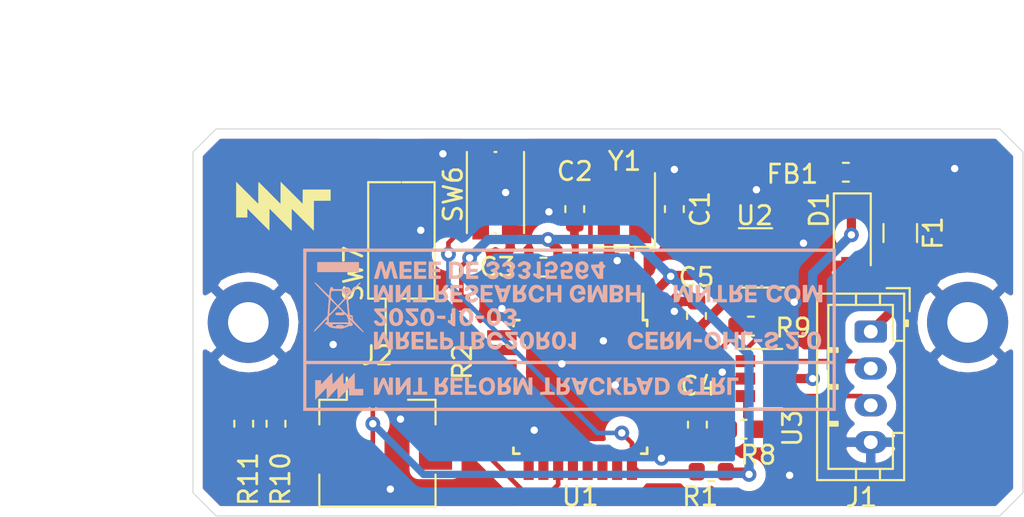
<source format=kicad_pcb>
(kicad_pcb (version 20171130) (host pcbnew 5.1.6+dfsg1-1)
  (layers (0 F.Cu signal) (31 B.Cu signal) (34 B.Paste user) (35 F.Paste user) (36 B.SilkS user) (37 F.SilkS user) (38 B.Mask user) (39 F.Mask user) (44 Edge.Cuts user))
  (net 0 "")
  (net 1 GND)
  (net 2 "Net-(C1-Pad1)")
  (net 3 "Net-(C2-Pad2)")
  (net 4 +3V3)
  (net 5 "Net-(C4-Pad1)")
  (net 6 +5V)
  (net 7 SDA)
  (net 8 SCL)
  (net 9 RST)
  (net 10 RDY)
  (net 11 "Net-(R1-Pad2)")
  (net 12 "Net-(R2-Pad1)")
  (net 13 "Net-(R8-Pad2)")
  (net 14 "Net-(R9-Pad1)")
  (net 15 "Net-(U1-Pad26)")
  (net 16 "Net-(U1-Pad25)")
  (net 17 "Net-(U1-Pad23)")
  (net 18 "Net-(U1-Pad22)")
  (net 19 "Net-(U1-Pad21)")
  (net 20 "Net-(U1-Pad20)")
  (net 21 "Net-(U1-Pad18)")
  (net 22 "Net-(U1-Pad17)")
  (net 23 "Net-(U1-Pad14)")
  (net 24 "Net-(U1-Pad12)")
  (net 25 "Net-(U1-Pad11)")
  (net 26 "Net-(U1-Pad10)")
  (net 27 "Net-(U1-Pad9)")
  (net 28 "Net-(U1-Pad8)")
  (net 29 "Net-(U1-Pad7)")
  (net 30 "Net-(U1-Pad6)")
  (net 31 "Net-(U1-Pad5)")
  (net 32 "Net-(U2-Pad4)")
  (net 33 /5V_IN)
  (net 34 "Net-(F1-Pad1)")
  (net 35 /PD+)
  (net 36 /PD-)
  (net 37 /UD+)
  (net 38 /UD-)
  (module Crystal:Crystal_SMD_3225-4Pin_3.2x2.5mm (layer F.Cu) (at 196.9 99.4 90)
    (fp_text reference Y1 (at 2.65 0 180) (layer F.SilkS))
    (fp_text value Crystal_GND24)
    (pad 4 smd rect (at -1.1 -0.85 90) (size 1.4 1.2) (layers F.Cu F.Paste F.Mask) (net 1 GND))
    (pad 3 smd rect (at 1.1 -0.85 90) (size 1.4 1.2) (layers F.Cu F.Paste F.Mask) (net 3 "Net-(C2-Pad2)"))
    (pad 2 smd rect (at 1.1 0.85 90) (size 1.4 1.2) (layers F.Cu F.Paste F.Mask) (net 1 GND))
    (pad 1 smd rect (at -1.1 0.85 90) (size 1.4 1.2) (layers F.Cu F.Paste F.Mask) (net 2 "Net-(C1-Pad1)"))
  )
  (module footprints:mnt-minilogo (layer F.Cu) (at 178.4 99.2)
    (fp_text reference MK13 hide)
    (fp_text value LOGO hide)
  )
  (module footprints:reform2-trackpadctrl-badge (layer B.Cu) (at 193.9 105.9)
    (fp_text reference MK1 hide)
    (fp_text value BADGE hide)
  )
  (module Resistor_SMD:R_0603_1608Metric (layer F.Cu) (at 188.05 105.2125 90)
    (fp_text reference R2 (at -2.4375 0.05 90) (layer F.SilkS))
    (fp_text value 10k)
    (pad 2 smd roundrect (at 0.7875 0 90) (size 0.875 0.95) (layers F.Cu F.Paste F.Mask) (net 4 +3V3))
    (pad 1 smd roundrect (at -0.7875 0 90) (size 0.875 0.95) (layers F.Cu F.Paste F.Mask) (net 12 "Net-(R2-Pad1)"))
  )
  (module Package_TO_SOT_SMD:SOT-23-6 (layer F.Cu) (at 204.55 108.55)
    (fp_text reference U3 (at 1.45 2.7 90) (layer F.SilkS))
    (fp_text value USBLC6-2SC6)
    (pad 5 smd rect (at 1.1 0) (size 1.06 0.65) (layers F.Cu F.Paste F.Mask) (net 6 +5V))
    (pad 6 smd rect (at 1.1 -0.95) (size 1.06 0.65) (layers F.Cu F.Paste F.Mask) (net 36 /PD-))
    (pad 4 smd rect (at 1.1 0.95) (size 1.06 0.65) (layers F.Cu F.Paste F.Mask) (net 35 /PD+))
    (pad 3 smd rect (at -1.1 0.95) (size 1.06 0.65) (layers F.Cu F.Paste F.Mask) (net 37 /UD+))
    (pad 2 smd rect (at -1.1 0) (size 1.06 0.65) (layers F.Cu F.Paste F.Mask) (net 1 GND))
    (pad 1 smd rect (at -1.1 -0.95) (size 1.06 0.65) (layers F.Cu F.Paste F.Mask) (net 38 /UD-))
  )
  (module Inductor_SMD:L_0603_1608Metric (layer F.Cu) (at 208.9 97.35)
    (fp_text reference FB1 (at -2.9 0.1) (layer F.SilkS))
    (fp_text value BLM18PG221SH1D)
    (pad 2 smd roundrect (at 0.7875 0) (size 0.875 0.95) (layers F.Cu F.Paste F.Mask) (net 34 "Net-(F1-Pad1)"))
    (pad 1 smd roundrect (at -0.7875 0) (size 0.875 0.95) (layers F.Cu F.Paste F.Mask) (net 6 +5V))
  )
  (module Fuse:Fuse_1206_3216Metric_Castellated (layer F.Cu) (at 211.85 100.65 270)
    (fp_text reference F1 (at 0 -1.78 90) (layer F.SilkS))
    (fp_text value 0ZCJ0075AF2E)
    (pad 2 smd roundrect (at 1.425 0 270) (size 1.6 1.65) (layers F.Cu F.Paste F.Mask) (roundrect_rratio 0.15625) (net 33 /5V_IN))
    (pad 1 smd roundrect (at -1.425 0 270) (size 1.6 1.65) (layers F.Cu F.Paste F.Mask) (roundrect_rratio 0.15625) (net 34 "Net-(F1-Pad1)"))
  )
  (module Diode_SMD:D_SOD-123 (layer F.Cu) (at 209.25 100.75 270)
    (fp_text reference D1 (at -1.35 1.8 90) (layer F.SilkS))
    (fp_text value BZT52-B5V6J)
    (pad 2 smd rect (at 1.65 0 270) (size 0.9 1.2) (layers F.Cu F.Paste F.Mask) (net 1 GND))
    (pad 1 smd rect (at -1.65 0 270) (size 0.9 1.2) (layers F.Cu F.Paste F.Mask) (net 6 +5V))
  )
  (module Connector_FFC-FPC:Hirose_FH12-6S-0.5SH_1x06-1MP_P0.50mm_Horizontal (layer F.Cu) (at 183.5 111)
    (fp_text reference J2 (at 0 -3.7) (layer F.SilkS))
    (fp_text value Conn_01x06_Female)
    (pad 6 smd rect (at 1.25 -1.85) (size 0.3 1.3) (layers F.Cu F.Paste F.Mask) (net 10 RDY))
    (pad 5 smd rect (at 0.75 -1.85) (size 0.3 1.3) (layers F.Cu F.Paste F.Mask) (net 9 RST))
    (pad 4 smd rect (at 0.25 -1.85) (size 0.3 1.3) (layers F.Cu F.Paste F.Mask) (net 1 GND))
    (pad 3 smd rect (at -0.25 -1.85) (size 0.3 1.3) (layers F.Cu F.Paste F.Mask) (net 4 +3V3))
    (pad 2 smd rect (at -0.75 -1.85) (size 0.3 1.3) (layers F.Cu F.Paste F.Mask) (net 8 SCL))
    (pad 1 smd rect (at -1.25 -1.85) (size 0.3 1.3) (layers F.Cu F.Paste F.Mask) (net 7 SDA))
    (pad MP smd rect (at -3.15 1.4) (size 1.8 2.2) (layers F.Cu F.Paste F.Mask))
    (pad MP smd rect (at 3.15 1.4) (size 1.8 2.2) (layers F.Cu F.Paste F.Mask))
  )
  (module Package_TO_SOT_SMD:SOT-23-5 (layer F.Cu) (at 204 102 180)
    (fp_text reference U2 (at 0.05 2.3 180) (layer F.SilkS))
    (fp_text value TLV75533PDBV)
    (pad 5 smd rect (at 1.1 -0.95 180) (size 1.06 0.65) (layers F.Cu F.Paste F.Mask) (net 4 +3V3))
    (pad 4 smd rect (at 1.1 0.95 180) (size 1.06 0.65) (layers F.Cu F.Paste F.Mask) (net 32 "Net-(U2-Pad4)"))
    (pad 3 smd rect (at -1.1 0.95 180) (size 1.06 0.65) (layers F.Cu F.Paste F.Mask) (net 6 +5V))
    (pad 2 smd rect (at -1.1 0 180) (size 1.06 0.65) (layers F.Cu F.Paste F.Mask) (net 1 GND))
    (pad 1 smd rect (at -1.1 -0.95 180) (size 1.06 0.65) (layers F.Cu F.Paste F.Mask) (net 6 +5V))
  )
  (module Package_QFP:TQFP-32_7x7mm_P0.8mm (layer F.Cu) (at 194.5 109 270)
    (fp_text reference U1 (at 5.95 0 180) (layer F.SilkS))
    (fp_text value ATmega32U2-AU)
    (pad 32 smd rect (at -2.8 -4.25) (size 1.6 0.55) (layers F.Cu F.Paste F.Mask) (net 4 +3V3))
    (pad 31 smd rect (at -2 -4.25) (size 1.6 0.55) (layers F.Cu F.Paste F.Mask) (net 6 +5V))
    (pad 30 smd rect (at -1.2 -4.25) (size 1.6 0.55) (layers F.Cu F.Paste F.Mask) (net 14 "Net-(R9-Pad1)"))
    (pad 29 smd rect (at -0.4 -4.25) (size 1.6 0.55) (layers F.Cu F.Paste F.Mask) (net 13 "Net-(R8-Pad2)"))
    (pad 28 smd rect (at 0.4 -4.25) (size 1.6 0.55) (layers F.Cu F.Paste F.Mask) (net 1 GND))
    (pad 27 smd rect (at 1.2 -4.25) (size 1.6 0.55) (layers F.Cu F.Paste F.Mask) (net 5 "Net-(C4-Pad1)"))
    (pad 26 smd rect (at 2 -4.25) (size 1.6 0.55) (layers F.Cu F.Paste F.Mask) (net 15 "Net-(U1-Pad26)"))
    (pad 25 smd rect (at 2.8 -4.25) (size 1.6 0.55) (layers F.Cu F.Paste F.Mask) (net 16 "Net-(U1-Pad25)"))
    (pad 24 smd rect (at 4.25 -2.8 270) (size 1.6 0.55) (layers F.Cu F.Paste F.Mask) (net 11 "Net-(R1-Pad2)"))
    (pad 23 smd rect (at 4.25 -2 270) (size 1.6 0.55) (layers F.Cu F.Paste F.Mask) (net 17 "Net-(U1-Pad23)"))
    (pad 22 smd rect (at 4.25 -1.2 270) (size 1.6 0.55) (layers F.Cu F.Paste F.Mask) (net 18 "Net-(U1-Pad22)"))
    (pad 21 smd rect (at 4.25 -0.4 270) (size 1.6 0.55) (layers F.Cu F.Paste F.Mask) (net 19 "Net-(U1-Pad21)"))
    (pad 20 smd rect (at 4.25 0.4 270) (size 1.6 0.55) (layers F.Cu F.Paste F.Mask) (net 20 "Net-(U1-Pad20)"))
    (pad 19 smd rect (at 4.25 1.2 270) (size 1.6 0.55) (layers F.Cu F.Paste F.Mask) (net 10 RDY))
    (pad 18 smd rect (at 4.25 2 270) (size 1.6 0.55) (layers F.Cu F.Paste F.Mask) (net 21 "Net-(U1-Pad18)"))
    (pad 17 smd rect (at 4.25 2.8 270) (size 1.6 0.55) (layers F.Cu F.Paste F.Mask) (net 22 "Net-(U1-Pad17)"))
    (pad 16 smd rect (at 2.8 4.25) (size 1.6 0.55) (layers F.Cu F.Paste F.Mask) (net 8 SCL))
    (pad 15 smd rect (at 2 4.25) (size 1.6 0.55) (layers F.Cu F.Paste F.Mask) (net 7 SDA))
    (pad 14 smd rect (at 1.2 4.25) (size 1.6 0.55) (layers F.Cu F.Paste F.Mask) (net 23 "Net-(U1-Pad14)"))
    (pad 13 smd rect (at 0.4 4.25) (size 1.6 0.55) (layers F.Cu F.Paste F.Mask) (net 12 "Net-(R2-Pad1)"))
    (pad 12 smd rect (at -0.4 4.25) (size 1.6 0.55) (layers F.Cu F.Paste F.Mask) (net 24 "Net-(U1-Pad12)"))
    (pad 11 smd rect (at -1.2 4.25) (size 1.6 0.55) (layers F.Cu F.Paste F.Mask) (net 25 "Net-(U1-Pad11)"))
    (pad 10 smd rect (at -2 4.25) (size 1.6 0.55) (layers F.Cu F.Paste F.Mask) (net 26 "Net-(U1-Pad10)"))
    (pad 9 smd rect (at -2.8 4.25) (size 1.6 0.55) (layers F.Cu F.Paste F.Mask) (net 27 "Net-(U1-Pad9)"))
    (pad 8 smd rect (at -4.25 2.8 270) (size 1.6 0.55) (layers F.Cu F.Paste F.Mask) (net 28 "Net-(U1-Pad8)"))
    (pad 7 smd rect (at -4.25 2 270) (size 1.6 0.55) (layers F.Cu F.Paste F.Mask) (net 29 "Net-(U1-Pad7)"))
    (pad 6 smd rect (at -4.25 1.2 270) (size 1.6 0.55) (layers F.Cu F.Paste F.Mask) (net 30 "Net-(U1-Pad6)"))
    (pad 5 smd rect (at -4.25 0.4 270) (size 1.6 0.55) (layers F.Cu F.Paste F.Mask) (net 31 "Net-(U1-Pad5)"))
    (pad 4 smd rect (at -4.25 -0.4 270) (size 1.6 0.55) (layers F.Cu F.Paste F.Mask) (net 4 +3V3))
    (pad 3 smd rect (at -4.25 -1.2 270) (size 1.6 0.55) (layers F.Cu F.Paste F.Mask) (net 1 GND))
    (pad 2 smd rect (at -4.25 -2 270) (size 1.6 0.55) (layers F.Cu F.Paste F.Mask) (net 3 "Net-(C2-Pad2)"))
    (pad 1 smd rect (at -4.25 -2.8 270) (size 1.6 0.55) (layers F.Cu F.Paste F.Mask) (net 2 "Net-(C1-Pad1)"))
  )
  (module Button_Switch_SMD:SW_DIP_SPSTx01_Slide_Omron_A6S-110x_W8.9mm_P2.54mm (layer F.Cu) (at 184.8 101.05 90)
    (fp_text reference SW7 (at -1.8 -2.6 90) (layer F.SilkS))
    (fp_text value SW_HWB)
    (pad 2 smd rect (at 4.45 0 90) (size 1.5 1.1) (layers F.Cu F.Paste F.Mask) (net 1 GND))
    (pad 1 smd rect (at -4.45 0 90) (size 1.5 1.1) (layers F.Cu F.Paste F.Mask) (net 12 "Net-(R2-Pad1)"))
  )
  (module Button_Switch_SMD:SW_Push_1P1T_NO_CK_KMR2 (layer F.Cu) (at 189.9 98.45 270)
    (fp_text reference SW6 (at 0.1 2.3 270) (layer F.SilkS))
    (fp_text value SW_RST)
    (pad 2 smd rect (at 2.05 0.8) (size 0.9 1) (layers F.Cu F.Paste F.Mask) (net 11 "Net-(R1-Pad2)"))
    (pad 1 smd rect (at 2.05 -0.8) (size 0.9 1) (layers F.Cu F.Paste F.Mask) (net 1 GND))
    (pad 2 smd rect (at -2.05 0.8) (size 0.9 1) (layers F.Cu F.Paste F.Mask) (net 11 "Net-(R1-Pad2)"))
    (pad 1 smd rect (at -2.05 -0.8) (size 0.9 1) (layers F.Cu F.Paste F.Mask) (net 1 GND))
  )
  (module Resistor_SMD:R_0603_1608Metric (layer F.Cu) (at 176.25 111 270)
    (fp_text reference R11 (at 3 -0.25 90) (layer F.SilkS))
    (fp_text value 4.7k)
    (pad 2 smd roundrect (at 0.7875 0 270) (size 0.875 0.95) (layers F.Cu F.Paste F.Mask) (net 4 +3V3))
    (pad 1 smd roundrect (at -0.7875 0 270) (size 0.875 0.95) (layers F.Cu F.Paste F.Mask) (net 7 SDA))
  )
  (module Resistor_SMD:R_0603_1608Metric (layer F.Cu) (at 178 111 270)
    (fp_text reference R10 (at 3 -0.25 90) (layer F.SilkS))
    (fp_text value 4.7k)
    (pad 2 smd roundrect (at 0.7875 0 270) (size 0.875 0.95) (layers F.Cu F.Paste F.Mask) (net 4 +3V3))
    (pad 1 smd roundrect (at -0.7875 0 270) (size 0.875 0.95) (layers F.Cu F.Paste F.Mask) (net 8 SCL))
  )
  (module Resistor_SMD:R_0603_1608Metric (layer F.Cu) (at 203.75 105.7)
    (fp_text reference R9 (at 2.3 0.1) (layer F.SilkS))
    (fp_text value 22)
    (pad 2 smd roundrect (at 0.7875 0) (size 0.875 0.95) (layers F.Cu F.Paste F.Mask) (net 38 /UD-))
    (pad 1 smd roundrect (at -0.7875 0) (size 0.875 0.95) (layers F.Cu F.Paste F.Mask) (net 14 "Net-(R9-Pad1)"))
  )
  (module Resistor_SMD:R_0603_1608Metric (layer F.Cu) (at 203.35 111.3 180)
    (fp_text reference R8 (at -0.8 -1.4 180) (layer F.SilkS))
    (fp_text value 22)
    (pad 2 smd roundrect (at 0.7875 0 180) (size 0.875 0.95) (layers F.Cu F.Paste F.Mask) (net 13 "Net-(R8-Pad2)"))
    (pad 1 smd roundrect (at -0.7875 0 180) (size 0.875 0.95) (layers F.Cu F.Paste F.Mask) (net 37 /UD+))
  )
  (module Resistor_SMD:R_0603_1608Metric (layer F.Cu) (at 201.6 113.6 180)
    (fp_text reference R1 (at 0.6 -1.35) (layer F.SilkS))
    (fp_text value 10k)
    (pad 2 smd roundrect (at 0.7875 0 180) (size 0.875 0.95) (layers F.Cu F.Paste F.Mask) (net 11 "Net-(R1-Pad2)"))
    (pad 1 smd roundrect (at -0.7875 0 180) (size 0.875 0.95) (layers F.Cu F.Paste F.Mask) (net 4 +3V3))
  )
  (module MountingHole:MountingHole_2.2mm_M2_Pad (layer F.Cu) (at 176.5 105.5 270)
    (fp_text reference MK6 hide)
    (fp_text value Mounting_Hole)
    (pad 1 thru_hole circle (at 0 0 270) (size 4.4 4.4) (drill 2.2) (layers *.Cu *.Mask) (net 1 GND))
  )
  (module MountingHole:MountingHole_2.2mm_M2_Pad (layer F.Cu) (at 215.5 105.5 270)
    (fp_text reference MK5 hide)
    (fp_text value Mounting_Hole)
    (pad 1 thru_hole circle (at 0 0 270) (size 4.4 4.4) (drill 2.2) (layers *.Cu *.Mask) (net 1 GND))
  )
  (module Connector_JST:JST_PH_B4B-PH-K_1x04_P2.00mm_Vertical (layer F.Cu) (at 210.25 106 270)
    (fp_text reference J1 (at 9 0.5 180) (layer F.SilkS))
    (fp_text value Conn_USB)
    (pad 4 thru_hole oval (at 6 0 270) (size 1.2 1.75) (drill 0.75) (layers *.Cu *.Mask) (net 1 GND))
    (pad 3 thru_hole oval (at 4 0 270) (size 1.2 1.75) (drill 0.75) (layers *.Cu *.Mask) (net 35 /PD+))
    (pad 2 thru_hole oval (at 2 0 270) (size 1.2 1.75) (drill 0.75) (layers *.Cu *.Mask) (net 36 /PD-))
    (pad 1 thru_hole roundrect (at 0 0 270) (size 1.2 1.75) (drill 0.75) (layers *.Cu *.Mask) (roundrect_rratio 0.208333) (net 33 /5V_IN))
  )
  (module Capacitor_SMD:C_0603_1608Metric (layer F.Cu) (at 200.8 105.15 90)
    (fp_text reference C5 (at 2.1 0 180) (layer F.SilkS))
    (fp_text value 0.1uF)
    (pad 2 smd roundrect (at 0.7875 0 90) (size 0.875 0.95) (layers F.Cu F.Paste F.Mask) (net 1 GND))
    (pad 1 smd roundrect (at -0.7875 0 90) (size 0.875 0.95) (layers F.Cu F.Paste F.Mask) (net 6 +5V))
  )
  (module Capacitor_SMD:C_0603_1608Metric (layer F.Cu) (at 200.85 111.05 270)
    (fp_text reference C4 (at -2.1 -0.05 180) (layer F.SilkS))
    (fp_text value 1uF)
    (pad 2 smd roundrect (at 0.7875 0 270) (size 0.875 0.95) (layers F.Cu F.Paste F.Mask) (net 1 GND))
    (pad 1 smd roundrect (at -0.7875 0 270) (size 0.875 0.95) (layers F.Cu F.Paste F.Mask) (net 5 "Net-(C4-Pad1)"))
  )
  (module Capacitor_SMD:C_0603_1608Metric (layer F.Cu) (at 192.5 102.5 180)
    (fp_text reference C3 (at 2.5 0) (layer F.SilkS))
    (fp_text value 0.1uF)
    (pad 2 smd roundrect (at 0.7875 0 180) (size 0.875 0.95) (layers F.Cu F.Paste F.Mask) (net 1 GND))
    (pad 1 smd roundrect (at -0.7875 0 180) (size 0.875 0.95) (layers F.Cu F.Paste F.Mask) (net 4 +3V3))
  )
  (module Capacitor_SMD:C_0603_1608Metric (layer F.Cu) (at 194.2 99.35 90)
    (fp_text reference C2 (at 2.05 0 180) (layer F.SilkS))
    (fp_text value 18pF)
    (pad 2 smd roundrect (at 0.7875 0 90) (size 0.875 0.95) (layers F.Cu F.Paste F.Mask) (net 3 "Net-(C2-Pad2)"))
    (pad 1 smd roundrect (at -0.7875 0 90) (size 0.875 0.95) (layers F.Cu F.Paste F.Mask) (net 1 GND))
  )
  (module Capacitor_SMD:C_0603_1608Metric (layer F.Cu) (at 199.6 99.35 90)
    (fp_text reference C1 (at 0 1.4 90) (layer F.SilkS))
    (fp_text value 18pF)
    (pad 2 smd roundrect (at 0.7875 0 90) (size 0.875 0.95) (layers F.Cu F.Paste F.Mask) (net 1 GND))
    (pad 1 smd roundrect (at -0.7875 0 90) (size 0.875 0.95) (layers F.Cu F.Paste F.Mask) (net 2 "Net-(C1-Pad1)"))
  )
  (gr_line (start 218.5 114.75) (end 217.25 116) (layer Edge.Cuts) (width 0.05))
  (gr_line (start 217.25 95) (end 218.5 96.25) (layer Edge.Cuts) (width 0.05))
  (gr_line (start 174.75 116) (end 173.5 114.75) (layer Edge.Cuts) (width 0.05))
  (gr_line (start 174.75 95) (end 173.5 96.25) (layer Edge.Cuts) (width 0.05))
  (gr_line (start 173.5 114.75) (end 173.5 106.5) (layer Edge.Cuts) (width 0.05))
  (gr_line (start 217.25 116) (end 174.75 116) (layer Edge.Cuts) (width 0.05))
  (gr_line (start 218.5 96.25) (end 218.5 114.75) (layer Edge.Cuts) (width 0.05))
  (gr_line (start 174.75 95) (end 217.25 95) (layer Edge.Cuts) (width 0.05))
  (gr_line (start 173.5 106.5) (end 173.5 96.25) (layer Edge.Cuts) (width 0.05))
  (segment (start 195.7 104.75) (end 195.7 106.45) (width 0.25) (layer F.Cu) (net 1))
  (via (at 195.75 106.5) (size 0.8) (drill 0.4) (layers F.Cu B.Cu) (net 1))
  (segment (start 195.7 106.45) (end 195.75 106.5) (width 0.25) (layer F.Cu) (net 1))
  (via (at 193.5 107.75) (size 0.8) (drill 0.4) (layers F.Cu B.Cu) (net 1))
  (segment (start 184.45 110.75) (end 184.75 110.75) (width 0.25) (layer F.Cu) (net 1))
  (via (at 184.75 110.75) (size 0.8) (drill 0.4) (layers F.Cu B.Cu) (net 1))
  (segment (start 183.75 109.15) (end 183.75 110.05) (width 0.25) (layer F.Cu) (net 1))
  (segment (start 183.75 110.05) (end 184.45 110.75) (width 0.25) (layer F.Cu) (net 1))
  (via (at 190.25 104.75) (size 0.8) (drill 0.4) (layers F.Cu B.Cu) (net 1))
  (via (at 206.6 101.2) (size 0.8) (drill 0.4) (layers F.Cu B.Cu) (net 1))
  (segment (start 205.1 102) (end 206.13 102) (width 0.5) (layer F.Cu) (net 1))
  (segment (start 206.13 102) (end 206.6 101.53) (width 0.5) (layer F.Cu) (net 1))
  (segment (start 206.6 101.53) (end 206.6 101.2) (width 0.5) (layer F.Cu) (net 1))
  (via (at 206.1 104.4) (size 0.8) (drill 0.4) (layers F.Cu B.Cu) (net 1))
  (via (at 204.05 98.3) (size 0.8) (drill 0.4) (layers F.Cu B.Cu) (net 1))
  (via (at 214.8 97.15) (size 0.8) (drill 0.4) (layers F.Cu B.Cu) (net 1))
  (via (at 184.2 114.55) (size 0.8) (drill 0.4) (layers F.Cu B.Cu) (net 1))
  (via (at 192 111.35) (size 0.8) (drill 0.4) (layers F.Cu B.Cu) (net 1))
  (via (at 205.85 113.8) (size 0.8) (drill 0.4) (layers F.Cu B.Cu) (net 1))
  (via (at 196.5 102.15) (size 0.8) (drill 0.4) (layers F.Cu B.Cu) (net 1))
  (segment (start 196.05 101.7) (end 196.5 102.15) (width 0.25) (layer F.Cu) (net 1))
  (segment (start 196.05 100.5) (end 196.05 101.7) (width 0.25) (layer F.Cu) (net 1))
  (segment (start 199.3375 98.3) (end 199.6 98.5625) (width 0.25) (layer F.Cu) (net 1))
  (segment (start 197.75 98.3) (end 199.3375 98.3) (width 0.25) (layer F.Cu) (net 1))
  (via (at 199.6 97.2) (size 0.8) (drill 0.4) (layers F.Cu B.Cu) (net 1))
  (segment (start 199.6 98.5625) (end 199.6 97.2) (width 0.25) (layer F.Cu) (net 1))
  (via (at 192.8 99.5) (size 0.8) (drill 0.4) (layers F.Cu B.Cu) (net 1))
  (segment (start 193.4375 100.1375) (end 192.8 99.5) (width 0.25) (layer F.Cu) (net 1))
  (segment (start 194.2 100.1375) (end 193.4375 100.1375) (width 0.25) (layer F.Cu) (net 1))
  (via (at 185.85 100.5) (size 0.8) (drill 0.4) (layers F.Cu B.Cu) (net 1))
  (via (at 181.1 106.7) (size 0.8) (drill 0.4) (layers F.Cu B.Cu) (net 1))
  (via (at 198.9 112.875) (size 0.8) (drill 0.4) (layers F.Cu B.Cu) (net 1))
  (segment (start 199.8125 112.875) (end 198.9 112.875) (width 0.25) (layer F.Cu) (net 1))
  (segment (start 200.85 111.8375) (end 199.8125 112.875) (width 0.25) (layer F.Cu) (net 1))
  (via (at 199.6 104.9) (size 0.8) (drill 0.4) (layers F.Cu B.Cu) (net 1))
  (segment (start 200.1375 104.3625) (end 199.6 104.9) (width 0.25) (layer F.Cu) (net 1))
  (segment (start 200.8 104.3625) (end 200.1375 104.3625) (width 0.25) (layer F.Cu) (net 1))
  (via (at 196.4 108.9) (size 0.8) (drill 0.4) (layers F.Cu B.Cu) (net 1))
  (segment (start 198.75 109.4) (end 196.9 109.4) (width 0.5) (layer F.Cu) (net 1))
  (segment (start 196.9 109.4) (end 196.4 108.9) (width 0.5) (layer F.Cu) (net 1))
  (via (at 202.2 108.2) (size 0.8) (drill 0.4) (layers F.Cu B.Cu) (net 1))
  (segment (start 202.55 108.55) (end 202.2 108.2) (width 0.25) (layer F.Cu) (net 1))
  (segment (start 203.45 108.55) (end 202.55 108.55) (width 0.25) (layer F.Cu) (net 1))
  (via (at 187.05 96.35) (size 0.8) (drill 0.4) (layers F.Cu B.Cu) (net 1))
  (via (at 190.45 98.45) (size 0.8) (drill 0.4) (layers F.Cu B.Cu) (net 1))
  (segment (start 199.2375 100.5) (end 199.6 100.1375) (width 0.25) (layer F.Cu) (net 2))
  (segment (start 197.75 100.5) (end 199.2375 100.5) (width 0.25) (layer F.Cu) (net 2))
  (segment (start 197.3 100.95) (end 197.75 100.5) (width 0.25) (layer F.Cu) (net 2))
  (segment (start 197.3 104.75) (end 197.3 100.95) (width 0.25) (layer F.Cu) (net 2))
  (segment (start 194.4625 98.3) (end 194.2 98.5625) (width 0.25) (layer F.Cu) (net 3))
  (segment (start 196.05 98.3) (end 194.4625 98.3) (width 0.25) (layer F.Cu) (net 3))
  (segment (start 196.5 103.4) (end 196.5 104.75) (width 0.25) (layer F.Cu) (net 3))
  (segment (start 195.05 101.95) (end 196.5 103.4) (width 0.25) (layer F.Cu) (net 3))
  (segment (start 195.05 99.3) (end 195.05 101.95) (width 0.25) (layer F.Cu) (net 3))
  (segment (start 196.05 98.3) (end 195.05 99.3) (width 0.25) (layer F.Cu) (net 3))
  (via (at 192.75 101) (size 0.8) (drill 0.4) (layers F.Cu B.Cu) (net 4))
  (segment (start 193.2875 102.5) (end 193.2875 101.5375) (width 0.5) (layer F.Cu) (net 4))
  (segment (start 193.2875 101.5375) (end 192.75 101) (width 0.5) (layer F.Cu) (net 4))
  (segment (start 194.9 103.45) (end 194.9 104.75) (width 0.5) (layer F.Cu) (net 4))
  (segment (start 194.411612 102.961612) (end 194.9 103.45) (width 0.5) (layer F.Cu) (net 4))
  (segment (start 193.2875 102.5) (end 193.749112 102.961612) (width 0.5) (layer F.Cu) (net 4))
  (segment (start 193.749112 102.961612) (end 194.411612 102.961612) (width 0.5) (layer F.Cu) (net 4))
  (via (at 188.5 102) (size 0.8) (drill 0.4) (layers F.Cu B.Cu) (net 4))
  (segment (start 192.75 101) (end 189.5 101) (width 0.5) (layer B.Cu) (net 4))
  (segment (start 188.899999 101.600001) (end 188.5 102) (width 0.5) (layer B.Cu) (net 4))
  (segment (start 189.5 101) (end 188.899999 101.600001) (width 0.5) (layer B.Cu) (net 4))
  (segment (start 178 111.7875) (end 176.25 111.7875) (width 0.25) (layer F.Cu) (net 4))
  (via (at 183.25 111) (size 0.8) (drill 0.4) (layers F.Cu B.Cu) (net 4))
  (segment (start 183.25 109.15) (end 183.25 111) (width 0.25) (layer F.Cu) (net 4))
  (segment (start 183.25 111.565685) (end 183.25 111) (width 0.25) (layer F.Cu) (net 4))
  (segment (start 178 113.25) (end 179.25 114.5) (width 0.25) (layer F.Cu) (net 4))
  (segment (start 178 111.7875) (end 178 113.25) (width 0.25) (layer F.Cu) (net 4))
  (segment (start 179.25 114.5) (end 182 114.5) (width 0.25) (layer F.Cu) (net 4))
  (segment (start 183.25 113.25) (end 183.25 111.565685) (width 0.25) (layer F.Cu) (net 4))
  (segment (start 182 114.5) (end 183.25 113.25) (width 0.25) (layer F.Cu) (net 4))
  (segment (start 197.4 101) (end 199.4 103) (width 0.5) (layer B.Cu) (net 4))
  (segment (start 192.75 101) (end 197.4 101) (width 0.5) (layer B.Cu) (net 4))
  (segment (start 199.45 102.95) (end 199.4 103) (width 0.5) (layer F.Cu) (net 4))
  (segment (start 202.9 102.95) (end 199.45 102.95) (width 0.5) (layer F.Cu) (net 4))
  (via (at 199.4 103) (size 0.8) (drill 0.4) (layers F.Cu B.Cu) (net 4))
  (segment (start 203.65 107.25) (end 203.65 113.75) (width 0.5) (layer B.Cu) (net 4))
  (segment (start 199.4 103) (end 203.65 107.25) (width 0.5) (layer B.Cu) (net 4))
  (segment (start 186 113.75) (end 203.65 113.75) (width 0.4) (layer B.Cu) (net 4))
  (segment (start 203.4 113.5) (end 203.65 113.75) (width 0.25) (layer F.Cu) (net 4))
  (segment (start 202.5375 113.5) (end 203.4 113.5) (width 0.25) (layer F.Cu) (net 4))
  (segment (start 183.25 111) (end 186 113.75) (width 0.4) (layer B.Cu) (net 4))
  (via (at 203.65 113.75) (size 0.8) (drill 0.4) (layers F.Cu B.Cu) (net 4))
  (segment (start 188.05 102.45) (end 188.5 102) (width 0.25) (layer F.Cu) (net 4))
  (segment (start 188.05 104.425) (end 188.05 102.45) (width 0.25) (layer F.Cu) (net 4))
  (segment (start 198.55 103.85) (end 199.4 103) (width 0.5) (layer F.Cu) (net 4))
  (segment (start 198.55 106) (end 198.55 103.85) (width 0.5) (layer F.Cu) (net 4))
  (segment (start 198.75 106.2) (end 198.55 106) (width 0.5) (layer F.Cu) (net 4))
  (segment (start 200.7875 110.2) (end 200.85 110.2625) (width 0.25) (layer F.Cu) (net 5))
  (segment (start 198.75 110.2) (end 200.7875 110.2) (width 0.25) (layer F.Cu) (net 5))
  (segment (start 209.25 98.4875) (end 208.1125 97.35) (width 0.5) (layer F.Cu) (net 6))
  (segment (start 209.25 99.1) (end 209.25 98.4875) (width 0.5) (layer F.Cu) (net 6))
  (segment (start 207.05 99.1) (end 209.25 99.1) (width 0.5) (layer F.Cu) (net 6))
  (segment (start 205.1 101.05) (end 207.05 99.1) (width 0.5) (layer F.Cu) (net 6))
  (segment (start 202.1875 104.55) (end 200.8 105.9375) (width 0.5) (layer F.Cu) (net 6))
  (segment (start 202.965002 104.55) (end 202.1875 104.55) (width 0.5) (layer F.Cu) (net 6))
  (segment (start 204 103.515002) (end 202.965002 104.55) (width 0.5) (layer F.Cu) (net 6))
  (segment (start 204.384998 101.05) (end 204 101.434998) (width 0.5) (layer F.Cu) (net 6))
  (segment (start 205.1 101.05) (end 204.384998 101.05) (width 0.5) (layer F.Cu) (net 6))
  (segment (start 204.1 102.95) (end 204 102.85) (width 0.5) (layer F.Cu) (net 6))
  (segment (start 205.1 102.95) (end 204.1 102.95) (width 0.5) (layer F.Cu) (net 6))
  (segment (start 204 102.85) (end 204 103.515002) (width 0.5) (layer F.Cu) (net 6))
  (segment (start 204 101.434998) (end 204 102.85) (width 0.5) (layer F.Cu) (net 6))
  (via (at 207.1 108.55) (size 0.8) (drill 0.4) (layers F.Cu B.Cu) (net 6))
  (segment (start 205.65 108.55) (end 207.1 108.55) (width 0.5) (layer F.Cu) (net 6))
  (via (at 209.2 100.75) (size 0.8) (drill 0.4) (layers F.Cu B.Cu) (net 6))
  (segment (start 207.1 102.85) (end 209.2 100.75) (width 0.5) (layer B.Cu) (net 6))
  (segment (start 207.1 108.55) (end 207.1 102.85) (width 0.5) (layer B.Cu) (net 6))
  (segment (start 209.2 99.15) (end 209.25 99.1) (width 0.5) (layer F.Cu) (net 6))
  (segment (start 209.2 100.75) (end 209.2 99.15) (width 0.5) (layer F.Cu) (net 6))
  (segment (start 200.8 106.7) (end 200.8 105.9375) (width 0.5) (layer F.Cu) (net 6))
  (segment (start 200.5 107) (end 200.8 106.7) (width 0.5) (layer F.Cu) (net 6))
  (segment (start 198.75 107) (end 200.5 107) (width 0.5) (layer F.Cu) (net 6))
  (segment (start 189.2 111) (end 190.25 111) (width 0.25) (layer F.Cu) (net 7))
  (segment (start 185.45 107.25) (end 189.2 111) (width 0.25) (layer F.Cu) (net 7))
  (segment (start 182.5 107.25) (end 185.45 107.25) (width 0.25) (layer F.Cu) (net 7))
  (segment (start 182.25 109.15) (end 182.25 107.5) (width 0.25) (layer F.Cu) (net 7))
  (segment (start 182.25 107.5) (end 182.5 107.25) (width 0.25) (layer F.Cu) (net 7))
  (segment (start 177.3125 109.15) (end 182.25 109.15) (width 0.25) (layer F.Cu) (net 7))
  (segment (start 176.25 110.2125) (end 177.3125 109.15) (width 0.25) (layer F.Cu) (net 7))
  (segment (start 183 107.75) (end 182.75 108) (width 0.25) (layer F.Cu) (net 8))
  (segment (start 185.25 107.75) (end 183 107.75) (width 0.25) (layer F.Cu) (net 8))
  (segment (start 182.75 108) (end 182.75 109.15) (width 0.25) (layer F.Cu) (net 8))
  (segment (start 190.25 111.8) (end 189.3 111.8) (width 0.25) (layer F.Cu) (net 8))
  (segment (start 189.3 111.8) (end 185.25 107.75) (width 0.25) (layer F.Cu) (net 8))
  (segment (start 178 110.2125) (end 178.5375 110.75) (width 0.25) (layer F.Cu) (net 8))
  (segment (start 182.75 110.05) (end 182.75 109.15) (width 0.25) (layer F.Cu) (net 8))
  (segment (start 182.05 110.75) (end 182.75 110.05) (width 0.25) (layer F.Cu) (net 8))
  (segment (start 178.5375 110.75) (end 182.05 110.75) (width 0.25) (layer F.Cu) (net 8))
  (segment (start 192.85 114.75) (end 193.3 114.3) (width 0.25) (layer F.Cu) (net 10))
  (segment (start 193.3 114.3) (end 193.3 113.25) (width 0.25) (layer F.Cu) (net 10))
  (segment (start 191.5 114.75) (end 192.85 114.75) (width 0.25) (layer F.Cu) (net 10))
  (segment (start 184.75 109.15) (end 185.9 109.15) (width 0.25) (layer F.Cu) (net 10))
  (segment (start 185.9 109.15) (end 191.5 114.75) (width 0.25) (layer F.Cu) (net 10))
  (via (at 196.75 111.5) (size 0.8) (drill 0.4) (layers F.Cu B.Cu) (net 11))
  (segment (start 197.3 113.25) (end 197.3 112.05) (width 0.25) (layer F.Cu) (net 11))
  (segment (start 197.3 112.05) (end 196.75 111.5) (width 0.25) (layer F.Cu) (net 11))
  (segment (start 197.65 113.6) (end 197.3 113.25) (width 0.25) (layer F.Cu) (net 11))
  (segment (start 200.8125 113.6) (end 197.65 113.6) (width 0.25) (layer F.Cu) (net 11))
  (via (at 187.35 101.8) (size 0.8) (drill 0.4) (layers F.Cu B.Cu) (net 11))
  (segment (start 187.35 103.415685) (end 187.35 101.8) (width 0.25) (layer B.Cu) (net 11))
  (segment (start 196.75 111.5) (end 195.434315 111.5) (width 0.25) (layer B.Cu) (net 11))
  (segment (start 195.434315 111.5) (end 187.35 103.415685) (width 0.25) (layer B.Cu) (net 11))
  (segment (start 189.1 100.5) (end 188.034315 100.5) (width 0.25) (layer F.Cu) (net 11))
  (segment (start 188.034315 100.5) (end 187.35 101.184315) (width 0.25) (layer F.Cu) (net 11))
  (segment (start 187.35 101.184315) (end 187.35 101.8) (width 0.25) (layer F.Cu) (net 11))
  (segment (start 189.1 100.5) (end 189.1 96.4) (width 0.25) (layer F.Cu) (net 11))
  (segment (start 188.05 108.060002) (end 188.05 106) (width 0.25) (layer F.Cu) (net 12))
  (segment (start 189.389998 109.4) (end 188.05 108.060002) (width 0.25) (layer F.Cu) (net 12))
  (segment (start 190.25 109.4) (end 189.389998 109.4) (width 0.25) (layer F.Cu) (net 12))
  (segment (start 188 105.95) (end 188.05 106) (width 0.25) (layer F.Cu) (net 12))
  (segment (start 185.25 105.95) (end 188 105.95) (width 0.25) (layer F.Cu) (net 12))
  (segment (start 184.8 105.5) (end 185.25 105.95) (width 0.25) (layer F.Cu) (net 12))
  (segment (start 198.94999 108.40001) (end 198.75 108.6) (width 0.25) (layer F.Cu) (net 13))
  (segment (start 201.15001 108.40001) (end 198.94999 108.40001) (width 0.25) (layer F.Cu) (net 13))
  (segment (start 202.3 109.55) (end 201.15001 108.40001) (width 0.25) (layer F.Cu) (net 13))
  (segment (start 202.3 111.0375) (end 202.3 109.55) (width 0.25) (layer F.Cu) (net 13))
  (segment (start 202.5625 111.3) (end 202.3 111.0375) (width 0.25) (layer F.Cu) (net 13))
  (segment (start 198.85 107.9) (end 198.75 107.8) (width 0.25) (layer F.Cu) (net 14))
  (segment (start 201.15 107.9) (end 198.85 107.9) (width 0.25) (layer F.Cu) (net 14))
  (segment (start 202.9625 106.0875) (end 201.15 107.9) (width 0.25) (layer F.Cu) (net 14))
  (segment (start 202.9625 105.7) (end 202.9625 106.0875) (width 0.25) (layer F.Cu) (net 14))
  (segment (start 211.85 104.4) (end 210.25 106) (width 0.5) (layer F.Cu) (net 33))
  (segment (start 211.85 102.075) (end 211.85 104.4) (width 0.5) (layer F.Cu) (net 33))
  (segment (start 209.975 97.35) (end 211.85 99.225) (width 0.5) (layer F.Cu) (net 34))
  (segment (start 209.6875 97.35) (end 209.975 97.35) (width 0.5) (layer F.Cu) (net 34))
  (segment (start 209.75 109.5) (end 210.25 110) (width 0.25) (layer F.Cu) (net 35))
  (segment (start 205.65 109.5) (end 209.75 109.5) (width 0.25) (layer F.Cu) (net 35))
  (segment (start 209.85 107.6) (end 210.25 108) (width 0.25) (layer F.Cu) (net 36))
  (segment (start 205.65 107.6) (end 209.85 107.6) (width 0.25) (layer F.Cu) (net 36))
  (segment (start 203.45 110.6125) (end 204.1375 111.3) (width 0.25) (layer F.Cu) (net 37))
  (segment (start 203.45 109.5) (end 203.45 110.6125) (width 0.25) (layer F.Cu) (net 37))
  (segment (start 203.45 107) (end 204.5375 105.9125) (width 0.25) (layer F.Cu) (net 38))
  (segment (start 204.5375 105.9125) (end 204.5375 105.7) (width 0.25) (layer F.Cu) (net 38))
  (segment (start 203.45 107.6) (end 203.45 107) (width 0.25) (layer F.Cu) (net 38))
  (zone (net 1) (net_name GND) (layer F.Cu) (connect_pads (clearance 0.508)) (min_thickness 0.254) (fill yes (arc_segments 32) (thermal_gap 0.508) (thermal_bridge_width 0.508))
    (polygon (pts (xy 173.5 95) (xy 218.5 95) (xy 218.5 116) (xy 173.5 116)))
  )
  (zone (net 1) (net_name GND) (layer B.Cu) (connect_pads (clearance 0.508)) (min_thickness 0.254) (fill yes (arc_segments 32) (thermal_gap 0.508) (thermal_bridge_width 0.508))
    (polygon (pts (xy 173.5 95) (xy 218.5 95) (xy 218.5 116) (xy 173.5 116)))
  )
)
</source>
